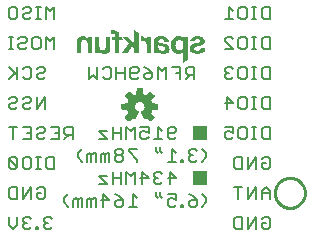
<source format=gbr>
G04 EAGLE Gerber RS-274X export*
G75*
%MOMM*%
%FSLAX34Y34*%
%LPD*%
%INSilkscreen Bottom*%
%IPPOS*%
%AMOC8*
5,1,8,0,0,1.08239X$1,22.5*%
G01*
%ADD10C,0.203200*%
%ADD11R,1.270000X1.270000*%
%ADD12C,0.254000*%

G36*
X149020Y98571D02*
X149020Y98571D01*
X149128Y98581D01*
X149141Y98587D01*
X149155Y98589D01*
X149252Y98637D01*
X149351Y98682D01*
X149364Y98693D01*
X149373Y98697D01*
X149388Y98713D01*
X149465Y98775D01*
X152050Y101360D01*
X152113Y101449D01*
X152179Y101534D01*
X152184Y101547D01*
X152192Y101559D01*
X152223Y101662D01*
X152259Y101765D01*
X152259Y101779D01*
X152263Y101792D01*
X152259Y101900D01*
X152260Y102009D01*
X152255Y102022D01*
X152255Y102036D01*
X152217Y102138D01*
X152182Y102240D01*
X152173Y102255D01*
X152169Y102264D01*
X152155Y102281D01*
X152101Y102363D01*
X149337Y105753D01*
X149894Y106835D01*
X149900Y106855D01*
X149942Y106950D01*
X150313Y108109D01*
X154664Y108552D01*
X154768Y108580D01*
X154874Y108605D01*
X154886Y108612D01*
X154899Y108615D01*
X154989Y108676D01*
X155082Y108733D01*
X155090Y108744D01*
X155102Y108752D01*
X155168Y108838D01*
X155237Y108922D01*
X155241Y108935D01*
X155250Y108946D01*
X155284Y109049D01*
X155323Y109150D01*
X155324Y109168D01*
X155328Y109177D01*
X155328Y109199D01*
X155337Y109297D01*
X155337Y112953D01*
X155320Y113060D01*
X155306Y113168D01*
X155300Y113180D01*
X155298Y113194D01*
X155246Y113290D01*
X155199Y113387D01*
X155189Y113397D01*
X155183Y113409D01*
X155103Y113483D01*
X155027Y113560D01*
X155015Y113566D01*
X155005Y113576D01*
X154906Y113621D01*
X154809Y113669D01*
X154791Y113673D01*
X154782Y113677D01*
X154761Y113679D01*
X154664Y113698D01*
X150313Y114141D01*
X149942Y115300D01*
X149933Y115318D01*
X149931Y115325D01*
X149927Y115332D01*
X149894Y115415D01*
X149337Y116497D01*
X152101Y119887D01*
X152155Y119981D01*
X152212Y120073D01*
X152215Y120086D01*
X152222Y120098D01*
X152243Y120205D01*
X152268Y120310D01*
X152266Y120324D01*
X152269Y120338D01*
X152254Y120445D01*
X152244Y120553D01*
X152238Y120566D01*
X152236Y120580D01*
X152188Y120677D01*
X152143Y120776D01*
X152132Y120789D01*
X152128Y120798D01*
X152112Y120813D01*
X152050Y120890D01*
X149465Y123475D01*
X149376Y123538D01*
X149291Y123604D01*
X149278Y123609D01*
X149266Y123617D01*
X149163Y123648D01*
X149060Y123684D01*
X149046Y123684D01*
X149033Y123688D01*
X148925Y123684D01*
X148816Y123685D01*
X148803Y123680D01*
X148789Y123680D01*
X148687Y123642D01*
X148585Y123607D01*
X148570Y123598D01*
X148561Y123594D01*
X148544Y123580D01*
X148462Y123526D01*
X145072Y120762D01*
X143990Y121319D01*
X143970Y121325D01*
X143875Y121367D01*
X142716Y121738D01*
X142273Y126089D01*
X142245Y126193D01*
X142220Y126299D01*
X142213Y126311D01*
X142210Y126324D01*
X142149Y126414D01*
X142092Y126507D01*
X142081Y126515D01*
X142073Y126527D01*
X141987Y126593D01*
X141903Y126662D01*
X141890Y126666D01*
X141879Y126675D01*
X141776Y126709D01*
X141675Y126748D01*
X141657Y126749D01*
X141648Y126753D01*
X141626Y126753D01*
X141528Y126762D01*
X137872Y126762D01*
X137765Y126745D01*
X137657Y126731D01*
X137645Y126725D01*
X137631Y126723D01*
X137535Y126671D01*
X137438Y126624D01*
X137428Y126614D01*
X137416Y126608D01*
X137342Y126528D01*
X137265Y126452D01*
X137259Y126440D01*
X137249Y126430D01*
X137204Y126331D01*
X137156Y126234D01*
X137152Y126216D01*
X137148Y126207D01*
X137146Y126186D01*
X137127Y126089D01*
X136684Y121738D01*
X135525Y121367D01*
X135507Y121357D01*
X135410Y121319D01*
X134328Y120762D01*
X130938Y123526D01*
X130844Y123580D01*
X130752Y123637D01*
X130739Y123640D01*
X130727Y123647D01*
X130620Y123668D01*
X130515Y123693D01*
X130501Y123691D01*
X130487Y123694D01*
X130380Y123679D01*
X130272Y123669D01*
X130259Y123663D01*
X130246Y123661D01*
X130148Y123613D01*
X130049Y123568D01*
X130036Y123557D01*
X130027Y123553D01*
X130012Y123537D01*
X129935Y123475D01*
X127350Y120890D01*
X127287Y120801D01*
X127221Y120716D01*
X127216Y120703D01*
X127208Y120691D01*
X127177Y120588D01*
X127141Y120485D01*
X127141Y120471D01*
X127137Y120458D01*
X127141Y120350D01*
X127140Y120241D01*
X127145Y120228D01*
X127145Y120214D01*
X127183Y120112D01*
X127218Y120010D01*
X127227Y119995D01*
X127231Y119986D01*
X127245Y119969D01*
X127299Y119887D01*
X130063Y116497D01*
X129506Y115415D01*
X129500Y115395D01*
X129458Y115300D01*
X129087Y114141D01*
X124736Y113698D01*
X124632Y113670D01*
X124526Y113645D01*
X124514Y113638D01*
X124501Y113635D01*
X124411Y113574D01*
X124318Y113517D01*
X124310Y113506D01*
X124298Y113498D01*
X124232Y113412D01*
X124164Y113328D01*
X124159Y113315D01*
X124150Y113304D01*
X124116Y113201D01*
X124077Y113100D01*
X124076Y113082D01*
X124072Y113073D01*
X124073Y113051D01*
X124063Y112953D01*
X124063Y109297D01*
X124080Y109190D01*
X124094Y109082D01*
X124100Y109070D01*
X124102Y109056D01*
X124154Y108960D01*
X124201Y108863D01*
X124211Y108853D01*
X124217Y108841D01*
X124297Y108767D01*
X124373Y108690D01*
X124385Y108684D01*
X124396Y108674D01*
X124494Y108629D01*
X124591Y108581D01*
X124609Y108577D01*
X124618Y108573D01*
X124639Y108571D01*
X124736Y108552D01*
X129087Y108109D01*
X129458Y106950D01*
X129468Y106932D01*
X129506Y106835D01*
X130063Y105753D01*
X127299Y102363D01*
X127245Y102269D01*
X127188Y102177D01*
X127185Y102164D01*
X127178Y102152D01*
X127157Y102045D01*
X127132Y101940D01*
X127134Y101926D01*
X127131Y101912D01*
X127146Y101805D01*
X127156Y101697D01*
X127162Y101684D01*
X127164Y101671D01*
X127212Y101573D01*
X127257Y101474D01*
X127268Y101461D01*
X127272Y101452D01*
X127288Y101437D01*
X127350Y101360D01*
X129935Y98775D01*
X130024Y98712D01*
X130109Y98646D01*
X130122Y98641D01*
X130134Y98633D01*
X130237Y98602D01*
X130340Y98566D01*
X130354Y98566D01*
X130367Y98562D01*
X130475Y98566D01*
X130584Y98565D01*
X130597Y98570D01*
X130611Y98570D01*
X130713Y98608D01*
X130815Y98643D01*
X130830Y98652D01*
X130839Y98656D01*
X130856Y98670D01*
X130938Y98724D01*
X134328Y101488D01*
X135410Y100931D01*
X135463Y100914D01*
X135512Y100888D01*
X135578Y100877D01*
X135642Y100856D01*
X135698Y100857D01*
X135752Y100848D01*
X135819Y100859D01*
X135886Y100860D01*
X135938Y100878D01*
X135993Y100887D01*
X136053Y100919D01*
X136116Y100942D01*
X136159Y100976D01*
X136209Y101002D01*
X136255Y101051D01*
X136307Y101093D01*
X136338Y101140D01*
X136376Y101180D01*
X136432Y101285D01*
X136440Y101298D01*
X136441Y101303D01*
X136445Y101310D01*
X138598Y106507D01*
X138618Y106590D01*
X138623Y106603D01*
X138625Y106619D01*
X138650Y106704D01*
X138649Y106725D01*
X138654Y106745D01*
X138646Y106827D01*
X138647Y106846D01*
X138643Y106866D01*
X138639Y106947D01*
X138632Y106967D01*
X138630Y106988D01*
X138598Y107057D01*
X138592Y107084D01*
X138577Y107108D01*
X138551Y107175D01*
X138538Y107191D01*
X138529Y107210D01*
X138484Y107259D01*
X138464Y107291D01*
X138433Y107316D01*
X138395Y107362D01*
X138372Y107378D01*
X138362Y107388D01*
X138341Y107400D01*
X138276Y107445D01*
X138275Y107446D01*
X138274Y107447D01*
X137375Y107953D01*
X136688Y108597D01*
X136173Y109385D01*
X135861Y110273D01*
X135769Y111210D01*
X135902Y112142D01*
X136253Y113016D01*
X136802Y113781D01*
X137516Y114394D01*
X138356Y114819D01*
X139273Y115033D01*
X140214Y115023D01*
X141126Y114789D01*
X141956Y114346D01*
X142657Y113717D01*
X143189Y112940D01*
X143520Y112059D01*
X143633Y111124D01*
X143525Y110207D01*
X143205Y109339D01*
X142691Y108570D01*
X142012Y107943D01*
X141128Y107448D01*
X141086Y107415D01*
X141044Y107392D01*
X141013Y107359D01*
X140965Y107324D01*
X140953Y107308D01*
X140937Y107295D01*
X140902Y107240D01*
X140877Y107214D01*
X140864Y107184D01*
X140822Y107126D01*
X140816Y107107D01*
X140806Y107090D01*
X140787Y107015D01*
X140777Y106992D01*
X140774Y106968D01*
X140751Y106893D01*
X140752Y106873D01*
X140747Y106853D01*
X140754Y106767D01*
X140753Y106749D01*
X140756Y106733D01*
X140759Y106649D01*
X140767Y106624D01*
X140768Y106610D01*
X140778Y106588D01*
X140802Y106507D01*
X141731Y104264D01*
X141731Y104263D01*
X142662Y102016D01*
X142663Y102016D01*
X142955Y101310D01*
X142984Y101263D01*
X143005Y101211D01*
X143048Y101160D01*
X143084Y101103D01*
X143127Y101068D01*
X143163Y101025D01*
X143220Y100991D01*
X143272Y100948D01*
X143324Y100929D01*
X143372Y100900D01*
X143438Y100886D01*
X143501Y100862D01*
X143556Y100860D01*
X143610Y100849D01*
X143677Y100856D01*
X143744Y100854D01*
X143798Y100870D01*
X143853Y100877D01*
X143964Y100921D01*
X143978Y100925D01*
X143982Y100928D01*
X143990Y100931D01*
X145072Y101488D01*
X148462Y98724D01*
X148556Y98670D01*
X148648Y98613D01*
X148661Y98610D01*
X148673Y98603D01*
X148780Y98582D01*
X148885Y98557D01*
X148899Y98559D01*
X148913Y98556D01*
X149020Y98571D01*
G37*
G36*
X176426Y147871D02*
X176426Y147871D01*
X176428Y147871D01*
X176928Y148271D01*
X176928Y148272D01*
X176929Y148271D01*
X177428Y148771D01*
X178428Y149571D01*
X178428Y149572D01*
X178429Y149571D01*
X179328Y150471D01*
X179828Y150871D01*
X179828Y150872D01*
X179829Y150871D01*
X180329Y151371D01*
X180329Y151374D01*
X180330Y151375D01*
X180330Y169775D01*
X180327Y169779D01*
X180326Y169780D01*
X179826Y169880D01*
X179426Y169980D01*
X178926Y170080D01*
X178925Y170080D01*
X178525Y170080D01*
X178026Y170180D01*
X177526Y170280D01*
X177126Y170380D01*
X176626Y170480D01*
X176625Y170479D01*
X176620Y170477D01*
X176621Y170476D01*
X176620Y170475D01*
X176620Y168689D01*
X175829Y169678D01*
X175828Y169678D01*
X175828Y169679D01*
X174828Y170279D01*
X174827Y170279D01*
X174227Y170579D01*
X174226Y170579D01*
X174226Y170580D01*
X172426Y170880D01*
X172425Y170879D01*
X172424Y170880D01*
X170824Y170680D01*
X170824Y170679D01*
X170823Y170680D01*
X169523Y170180D01*
X169523Y170179D01*
X169522Y170179D01*
X168422Y169479D01*
X168421Y169479D01*
X167521Y168579D01*
X167521Y168578D01*
X166821Y167378D01*
X166821Y167377D01*
X166820Y167377D01*
X166320Y166077D01*
X166321Y166076D01*
X166320Y166076D01*
X166020Y164676D01*
X166020Y164675D01*
X166020Y163275D01*
X166120Y161875D01*
X166120Y161874D01*
X166320Y160474D01*
X166321Y160474D01*
X166320Y160473D01*
X166820Y159273D01*
X166821Y159273D01*
X166821Y159272D01*
X167521Y158172D01*
X167522Y158172D01*
X167521Y158171D01*
X168421Y157271D01*
X168422Y157271D01*
X169422Y156571D01*
X169423Y156571D01*
X169423Y156570D01*
X170723Y156070D01*
X170724Y156071D01*
X170725Y156070D01*
X172225Y155970D01*
X172825Y155970D01*
X172826Y155970D01*
X173426Y156070D01*
X173426Y156071D01*
X173427Y156070D01*
X174627Y156470D01*
X174627Y156471D01*
X174628Y156471D01*
X175128Y156771D01*
X175628Y157171D01*
X175628Y157172D01*
X175629Y157171D01*
X176029Y157571D01*
X176029Y157572D01*
X176420Y158061D01*
X176420Y147875D01*
X176421Y147874D01*
X176421Y147872D01*
X176423Y147872D01*
X176424Y147870D01*
X176426Y147871D01*
G37*
G36*
X160526Y155870D02*
X160526Y155870D01*
X161026Y155970D01*
X161525Y155970D01*
X161526Y155971D01*
X161527Y155971D01*
X161927Y156170D01*
X162326Y156270D01*
X162327Y156271D01*
X163127Y156671D01*
X163128Y156671D01*
X163428Y156871D01*
X163428Y156872D01*
X163429Y156871D01*
X164029Y157471D01*
X164029Y157472D01*
X164329Y157872D01*
X164329Y157873D01*
X164529Y158273D01*
X164529Y158274D01*
X164530Y158274D01*
X164730Y159074D01*
X164830Y159574D01*
X164830Y159575D01*
X164830Y160075D01*
X164730Y161175D01*
X164729Y161176D01*
X164730Y161177D01*
X164430Y162077D01*
X164429Y162077D01*
X164429Y162078D01*
X163929Y162778D01*
X163929Y162779D01*
X163329Y163379D01*
X163328Y163379D01*
X163327Y163379D01*
X162627Y163779D01*
X162627Y163780D01*
X161827Y164080D01*
X161826Y164080D01*
X160926Y164280D01*
X160126Y164380D01*
X159226Y164580D01*
X158326Y164680D01*
X157526Y164780D01*
X156826Y164880D01*
X156227Y165079D01*
X155829Y165379D01*
X155530Y165777D01*
X155430Y166275D01*
X155430Y166574D01*
X155530Y166873D01*
X155529Y166874D01*
X155530Y166875D01*
X155530Y167074D01*
X155729Y167472D01*
X156028Y167771D01*
X156626Y168070D01*
X156825Y168070D01*
X156826Y168071D01*
X156827Y168071D01*
X157026Y168170D01*
X157725Y168170D01*
X157726Y168171D01*
X157727Y168171D01*
X157925Y168270D01*
X158223Y168170D01*
X158224Y168171D01*
X158225Y168170D01*
X158724Y168170D01*
X159023Y168070D01*
X159024Y168071D01*
X159025Y168070D01*
X159224Y168070D01*
X159622Y167871D01*
X160221Y167272D01*
X160420Y166874D01*
X160420Y166575D01*
X160421Y166574D01*
X160421Y166573D01*
X160520Y166374D01*
X160520Y166075D01*
X160524Y166070D01*
X160525Y166070D01*
X164425Y166070D01*
X164430Y166074D01*
X164430Y166075D01*
X164430Y166076D01*
X164330Y166776D01*
X164230Y167276D01*
X164230Y167277D01*
X164030Y167877D01*
X164029Y167877D01*
X164029Y167878D01*
X163729Y168378D01*
X163429Y168778D01*
X163429Y168779D01*
X163029Y169179D01*
X163028Y169179D01*
X162228Y169779D01*
X161728Y170079D01*
X161727Y170079D01*
X161727Y170080D01*
X160727Y170480D01*
X160726Y170479D01*
X160726Y170480D01*
X158926Y170780D01*
X158925Y170780D01*
X156725Y170780D01*
X156724Y170780D01*
X156125Y170680D01*
X155625Y170680D01*
X155624Y170680D01*
X155124Y170580D01*
X155123Y170580D01*
X154524Y170380D01*
X154124Y170280D01*
X154124Y170279D01*
X154123Y170280D01*
X153623Y170080D01*
X153623Y170079D01*
X153223Y169879D01*
X153222Y169879D01*
X152822Y169579D01*
X152821Y169579D01*
X152121Y168879D01*
X152121Y168877D01*
X152120Y168877D01*
X151921Y168377D01*
X151721Y167977D01*
X151721Y167976D01*
X151720Y167976D01*
X151520Y166776D01*
X151520Y166775D01*
X151520Y157776D01*
X151421Y157577D01*
X151421Y157576D01*
X151420Y157575D01*
X151420Y157176D01*
X151321Y156977D01*
X151321Y156976D01*
X151320Y156975D01*
X151320Y156876D01*
X151221Y156677D01*
X151221Y156676D01*
X151220Y156676D01*
X151220Y156675D01*
X151220Y156576D01*
X151121Y156377D01*
X151121Y156376D01*
X151120Y156375D01*
X151120Y156275D01*
X151124Y156270D01*
X151125Y156270D01*
X155025Y156270D01*
X155030Y156274D01*
X155030Y156275D01*
X155030Y156473D01*
X155129Y156571D01*
X155129Y156574D01*
X155130Y156575D01*
X155130Y156673D01*
X155229Y156771D01*
X155229Y156773D01*
X155229Y156774D01*
X155230Y156775D01*
X155230Y157373D01*
X155329Y157471D01*
X155329Y157473D01*
X155330Y157474D01*
X155330Y157475D01*
X155330Y157663D01*
X155521Y157472D01*
X155721Y157172D01*
X155722Y157172D01*
X155722Y157171D01*
X156022Y156971D01*
X156023Y156971D01*
X156023Y156970D01*
X156323Y156871D01*
X156622Y156671D01*
X156623Y156671D01*
X156823Y156571D01*
X157122Y156371D01*
X157123Y156371D01*
X157123Y156370D01*
X157423Y156270D01*
X157424Y156270D01*
X157824Y156170D01*
X158123Y156070D01*
X158124Y156071D01*
X158125Y156070D01*
X158424Y156070D01*
X158723Y155970D01*
X158724Y155971D01*
X158725Y155970D01*
X159424Y155970D01*
X159723Y155870D01*
X159724Y155871D01*
X159725Y155870D01*
X160525Y155870D01*
X160526Y155870D01*
G37*
G36*
X129527Y156272D02*
X129527Y156272D01*
X129529Y156272D01*
X133426Y162667D01*
X134920Y161173D01*
X134920Y156275D01*
X134924Y156270D01*
X134925Y156270D01*
X138725Y156270D01*
X138730Y156274D01*
X138730Y156275D01*
X138730Y173675D01*
X138728Y173677D01*
X138728Y173679D01*
X134928Y175879D01*
X134926Y175879D01*
X134926Y175880D01*
X134924Y175879D01*
X134921Y175878D01*
X134921Y175876D01*
X134920Y175875D01*
X134920Y165387D01*
X130029Y170478D01*
X130026Y170479D01*
X130025Y170480D01*
X125425Y170480D01*
X125424Y170479D01*
X125422Y170479D01*
X125422Y170477D01*
X125420Y170476D01*
X125422Y170474D01*
X125422Y170471D01*
X130719Y165274D01*
X124821Y156278D01*
X124821Y156276D01*
X124820Y156276D01*
X124821Y156274D01*
X124822Y156271D01*
X124824Y156272D01*
X124825Y156270D01*
X129525Y156270D01*
X129527Y156272D01*
G37*
G36*
X90030Y156274D02*
X90030Y156274D01*
X90030Y156275D01*
X90030Y165075D01*
X90130Y165774D01*
X90330Y166373D01*
X90629Y166872D01*
X90929Y167271D01*
X91327Y167570D01*
X91926Y167670D01*
X92525Y167770D01*
X93224Y167670D01*
X93923Y167570D01*
X94422Y167271D01*
X94821Y166772D01*
X95120Y166273D01*
X95320Y165574D01*
X95520Y164674D01*
X95520Y156275D01*
X95524Y156270D01*
X95525Y156270D01*
X99425Y156270D01*
X99430Y156274D01*
X99430Y156275D01*
X99430Y168675D01*
X99330Y170475D01*
X99325Y170480D01*
X95725Y170480D01*
X95720Y170476D01*
X95720Y170475D01*
X95720Y168480D01*
X95628Y168480D01*
X95229Y169078D01*
X94829Y169578D01*
X94828Y169578D01*
X94828Y169579D01*
X94228Y169979D01*
X93728Y170279D01*
X93727Y170279D01*
X93727Y170280D01*
X92527Y170680D01*
X92526Y170680D01*
X91326Y170880D01*
X91325Y170879D01*
X91324Y170880D01*
X89924Y170680D01*
X88724Y170380D01*
X88723Y170379D01*
X87823Y169879D01*
X87822Y169878D01*
X87821Y169879D01*
X87221Y169279D01*
X87221Y169278D01*
X87221Y169277D01*
X86721Y168377D01*
X86720Y168377D01*
X86320Y167377D01*
X86321Y167376D01*
X86320Y167376D01*
X86320Y167375D01*
X86220Y166275D01*
X86120Y164975D01*
X86120Y156275D01*
X86124Y156270D01*
X86125Y156270D01*
X90025Y156270D01*
X90030Y156274D01*
G37*
G36*
X111026Y156070D02*
X111026Y156070D01*
X112126Y156370D01*
X112127Y156371D01*
X113027Y156871D01*
X113028Y156871D01*
X113728Y157471D01*
X113728Y157472D01*
X113729Y157473D01*
X114229Y158373D01*
X114230Y158374D01*
X114530Y159374D01*
X114730Y160474D01*
X114730Y160475D01*
X114730Y170475D01*
X114726Y170480D01*
X114725Y170480D01*
X110825Y170480D01*
X110820Y170476D01*
X110820Y170475D01*
X110820Y161676D01*
X110720Y160976D01*
X110520Y160377D01*
X110321Y159878D01*
X109922Y159479D01*
X109523Y159180D01*
X109024Y159080D01*
X108325Y158980D01*
X107626Y159080D01*
X107027Y159180D01*
X106528Y159479D01*
X106029Y159978D01*
X105730Y160477D01*
X105530Y161176D01*
X105430Y162076D01*
X105330Y163075D01*
X105330Y170475D01*
X105326Y170480D01*
X105325Y170480D01*
X101525Y170480D01*
X101520Y170476D01*
X101520Y170475D01*
X101520Y156275D01*
X101524Y156270D01*
X101525Y156270D01*
X105225Y156270D01*
X105230Y156274D01*
X105230Y156275D01*
X105230Y158259D01*
X105621Y157672D01*
X105622Y157672D01*
X105622Y157671D01*
X106122Y157271D01*
X106621Y156771D01*
X106622Y156771D01*
X107122Y156471D01*
X107123Y156471D01*
X107123Y156470D01*
X108323Y156070D01*
X108324Y156071D01*
X108324Y156070D01*
X108924Y155970D01*
X109624Y155870D01*
X109625Y155871D01*
X109626Y155870D01*
X111026Y156070D01*
G37*
G36*
X189625Y155970D02*
X189625Y155970D01*
X189626Y155970D01*
X190826Y156170D01*
X190826Y156171D01*
X190827Y156170D01*
X191927Y156570D01*
X191927Y156571D01*
X192927Y157071D01*
X192928Y157071D01*
X193728Y157671D01*
X193728Y157672D01*
X193729Y157672D01*
X194429Y158572D01*
X194429Y158573D01*
X194430Y158573D01*
X194830Y159673D01*
X194829Y159674D01*
X194830Y159674D01*
X195030Y160874D01*
X195029Y160875D01*
X195026Y160880D01*
X195026Y160879D01*
X195025Y160880D01*
X191325Y160880D01*
X191321Y160876D01*
X191320Y160876D01*
X191220Y160277D01*
X191021Y159877D01*
X191020Y159877D01*
X190821Y159378D01*
X190422Y159079D01*
X189923Y158880D01*
X189424Y158680D01*
X188924Y158580D01*
X188325Y158480D01*
X187926Y158580D01*
X187925Y158579D01*
X187925Y158580D01*
X187526Y158580D01*
X187027Y158780D01*
X187026Y158779D01*
X187026Y158780D01*
X186628Y158880D01*
X186029Y159478D01*
X185830Y159876D01*
X185830Y160374D01*
X185930Y160773D01*
X186129Y161072D01*
X186428Y161371D01*
X186927Y161670D01*
X187626Y161870D01*
X188326Y162070D01*
X189226Y162270D01*
X190226Y162470D01*
X190226Y162471D01*
X190227Y162470D01*
X191026Y162770D01*
X191826Y162970D01*
X191826Y162971D01*
X191827Y162970D01*
X192627Y163270D01*
X192627Y163271D01*
X193327Y163671D01*
X193328Y163672D01*
X193329Y163671D01*
X194329Y164671D01*
X194329Y164673D01*
X194330Y164673D01*
X194630Y165473D01*
X194629Y165474D01*
X194630Y165474D01*
X194730Y166274D01*
X194730Y166275D01*
X194729Y166275D01*
X194730Y166276D01*
X194530Y167576D01*
X194529Y167576D01*
X194530Y167577D01*
X194130Y168577D01*
X194129Y168577D01*
X194129Y168578D01*
X193529Y169278D01*
X193528Y169278D01*
X193528Y169279D01*
X192728Y169879D01*
X192727Y169879D01*
X191827Y170379D01*
X191826Y170380D01*
X190826Y170680D01*
X190825Y170680D01*
X189725Y170780D01*
X188525Y170880D01*
X186325Y170680D01*
X186324Y170679D01*
X186324Y170680D01*
X185324Y170380D01*
X185323Y170379D01*
X184423Y169879D01*
X184422Y169879D01*
X183622Y169279D01*
X183622Y169278D01*
X183621Y169278D01*
X182921Y168478D01*
X182921Y168477D01*
X182920Y168477D01*
X182520Y167477D01*
X182521Y167476D01*
X182520Y167476D01*
X182320Y166376D01*
X182321Y166375D01*
X182324Y166370D01*
X182324Y166371D01*
X182325Y166370D01*
X186025Y166370D01*
X186029Y166373D01*
X186030Y166374D01*
X186130Y166874D01*
X186230Y167272D01*
X186828Y167871D01*
X187227Y168070D01*
X187626Y168170D01*
X188126Y168270D01*
X189024Y168270D01*
X189323Y168170D01*
X189324Y168171D01*
X189325Y168170D01*
X189724Y168170D01*
X190023Y168071D01*
X190322Y167871D01*
X190621Y167672D01*
X190720Y167374D01*
X190820Y166975D01*
X190720Y166477D01*
X190421Y166079D01*
X190023Y165779D01*
X189424Y165580D01*
X188724Y165380D01*
X188024Y165180D01*
X187224Y165080D01*
X186424Y164880D01*
X185524Y164680D01*
X185524Y164679D01*
X185523Y164680D01*
X184723Y164380D01*
X184023Y164080D01*
X184023Y164079D01*
X183323Y163679D01*
X183322Y163679D01*
X182722Y163179D01*
X182722Y163178D01*
X182721Y163178D01*
X182321Y162578D01*
X182321Y162577D01*
X182320Y162577D01*
X182020Y161777D01*
X182021Y161776D01*
X182020Y161776D01*
X181920Y160876D01*
X181920Y160875D01*
X182020Y159575D01*
X182021Y159574D01*
X182021Y159573D01*
X182521Y158573D01*
X182521Y158572D01*
X183121Y157672D01*
X183122Y157672D01*
X183122Y157671D01*
X183922Y157071D01*
X183923Y157071D01*
X184923Y156571D01*
X184923Y156570D01*
X186023Y156170D01*
X186024Y156171D01*
X186024Y156170D01*
X187224Y155970D01*
X187225Y155970D01*
X189625Y155970D01*
X189625Y155970D01*
G37*
G36*
X122430Y156274D02*
X122430Y156274D01*
X122430Y156275D01*
X122430Y167870D01*
X126225Y167870D01*
X126226Y167871D01*
X126228Y167871D01*
X126228Y167873D01*
X126230Y167874D01*
X126228Y167876D01*
X126229Y167879D01*
X125629Y168479D01*
X125628Y168479D01*
X125229Y168779D01*
X124929Y169178D01*
X124929Y169179D01*
X124329Y169779D01*
X124328Y169779D01*
X123929Y170079D01*
X123629Y170478D01*
X123626Y170479D01*
X123625Y170480D01*
X122430Y170480D01*
X122430Y171575D01*
X122430Y171576D01*
X122330Y172476D01*
X122130Y173276D01*
X122129Y173277D01*
X121729Y173977D01*
X121729Y173978D01*
X121229Y174578D01*
X121229Y174579D01*
X120629Y175179D01*
X120627Y175179D01*
X120627Y175180D01*
X119827Y175480D01*
X119826Y175480D01*
X118826Y175780D01*
X118825Y175780D01*
X117725Y175880D01*
X116925Y175880D01*
X116924Y175879D01*
X116923Y175880D01*
X116624Y175780D01*
X115625Y175780D01*
X115620Y175776D01*
X115620Y175775D01*
X115620Y172875D01*
X115624Y172870D01*
X115625Y172870D01*
X117424Y172870D01*
X118023Y172670D01*
X118221Y172571D01*
X118320Y172273D01*
X118321Y172273D01*
X118420Y172073D01*
X118520Y171674D01*
X118520Y170480D01*
X115825Y170480D01*
X115820Y170476D01*
X115820Y170475D01*
X115820Y167875D01*
X115824Y167870D01*
X115825Y167870D01*
X118520Y167870D01*
X118520Y156275D01*
X118524Y156270D01*
X118525Y156270D01*
X122425Y156270D01*
X122430Y156274D01*
G37*
G36*
X149430Y156274D02*
X149430Y156274D01*
X149430Y156275D01*
X149430Y169775D01*
X149427Y169779D01*
X149426Y169780D01*
X148926Y169880D01*
X148426Y169980D01*
X148026Y170080D01*
X148025Y170079D01*
X148025Y170080D01*
X147525Y170080D01*
X147026Y170180D01*
X146626Y170280D01*
X146126Y170380D01*
X145726Y170480D01*
X145725Y170479D01*
X145720Y170477D01*
X145721Y170476D01*
X145720Y170475D01*
X145720Y167780D01*
X145628Y167780D01*
X145330Y168477D01*
X145329Y168477D01*
X145329Y168478D01*
X144929Y169078D01*
X144929Y169079D01*
X144429Y169579D01*
X144428Y169579D01*
X143228Y170379D01*
X143227Y170379D01*
X143226Y170380D01*
X141826Y170780D01*
X141826Y170779D01*
X141825Y170780D01*
X140425Y170780D01*
X140423Y170778D01*
X140421Y170779D01*
X140321Y170679D01*
X140321Y170676D01*
X140320Y170675D01*
X140320Y167075D01*
X140324Y167070D01*
X140325Y167070D01*
X140425Y167070D01*
X140426Y167071D01*
X140427Y167071D01*
X140626Y167170D01*
X141725Y167170D01*
X142724Y167070D01*
X143523Y166870D01*
X144122Y166471D01*
X144721Y165872D01*
X145020Y165173D01*
X145320Y164473D01*
X145520Y163574D01*
X145520Y156275D01*
X145524Y156270D01*
X145525Y156270D01*
X149425Y156270D01*
X149430Y156274D01*
G37*
%LPC*%
G36*
X172326Y158980D02*
X172326Y158980D01*
X171627Y159279D01*
X171029Y159679D01*
X170230Y160877D01*
X170030Y161676D01*
X169930Y162476D01*
X169830Y163375D01*
X169930Y164174D01*
X170030Y164974D01*
X170330Y165773D01*
X170629Y166472D01*
X171128Y167071D01*
X171727Y167471D01*
X172426Y167770D01*
X173225Y167870D01*
X174124Y167770D01*
X174823Y167471D01*
X175422Y167071D01*
X175921Y166472D01*
X176220Y165773D01*
X176420Y164974D01*
X176620Y164174D01*
X176620Y162476D01*
X176420Y161676D01*
X176220Y160877D01*
X175821Y160278D01*
X175421Y159679D01*
X174823Y159279D01*
X174124Y158980D01*
X173225Y158880D01*
X172326Y158980D01*
G37*
%LPD*%
%LPC*%
G36*
X158026Y158580D02*
X158026Y158580D01*
X157226Y158780D01*
X156827Y158880D01*
X156528Y159079D01*
X156029Y159578D01*
X155930Y159877D01*
X155928Y159877D01*
X155929Y159879D01*
X155729Y160078D01*
X155630Y160376D01*
X155630Y160675D01*
X155629Y160676D01*
X155629Y160677D01*
X155530Y160876D01*
X155530Y161175D01*
X155529Y161176D01*
X155529Y161177D01*
X155430Y161376D01*
X155430Y163267D01*
X155622Y163171D01*
X155721Y163071D01*
X155723Y163071D01*
X155922Y162971D01*
X156021Y162871D01*
X156024Y162871D01*
X156025Y162870D01*
X156224Y162870D01*
X156623Y162671D01*
X156624Y162671D01*
X156625Y162670D01*
X157124Y162670D01*
X157323Y162571D01*
X157324Y162571D01*
X157325Y162570D01*
X157724Y162570D01*
X158023Y162470D01*
X158024Y162471D01*
X158025Y162470D01*
X158424Y162470D01*
X158723Y162370D01*
X158724Y162371D01*
X158725Y162370D01*
X158924Y162370D01*
X159123Y162271D01*
X159124Y162271D01*
X159125Y162270D01*
X159324Y162270D01*
X160322Y161771D01*
X160721Y161372D01*
X160920Y160974D01*
X160920Y160575D01*
X160921Y160574D01*
X160920Y160573D01*
X161020Y160275D01*
X160921Y160077D01*
X160921Y160076D01*
X160920Y160075D01*
X160920Y159876D01*
X160820Y159577D01*
X160821Y159576D01*
X160820Y159575D01*
X160820Y159476D01*
X160721Y159278D01*
X160422Y158979D01*
X160223Y158879D01*
X160222Y158878D01*
X160221Y158879D01*
X160122Y158779D01*
X159924Y158680D01*
X159725Y158680D01*
X159724Y158679D01*
X159723Y158679D01*
X159524Y158580D01*
X158026Y158580D01*
G37*
%LPD*%
D10*
X67262Y68843D02*
X67262Y58166D01*
X61923Y58166D01*
X60144Y59946D01*
X60144Y67064D01*
X61923Y68843D01*
X67262Y68843D01*
X55568Y58166D02*
X52009Y58166D01*
X53789Y58166D02*
X53789Y68843D01*
X55568Y68843D02*
X52009Y68843D01*
X45993Y68843D02*
X42433Y68843D01*
X45993Y68843D02*
X47772Y67064D01*
X47772Y59946D01*
X45993Y58166D01*
X42433Y58166D01*
X40654Y59946D01*
X40654Y67064D01*
X42433Y68843D01*
X36078Y67064D02*
X36078Y59946D01*
X36078Y67064D02*
X34299Y68843D01*
X30740Y68843D01*
X28960Y67064D01*
X28960Y59946D01*
X30740Y58166D01*
X34299Y58166D01*
X36078Y59946D01*
X28960Y67064D01*
X249809Y185166D02*
X249809Y195843D01*
X249809Y185166D02*
X244470Y185166D01*
X242691Y186946D01*
X242691Y194064D01*
X244470Y195843D01*
X249809Y195843D01*
X238115Y185166D02*
X234556Y185166D01*
X236336Y185166D02*
X236336Y195843D01*
X238115Y195843D02*
X234556Y195843D01*
X228540Y195843D02*
X224981Y195843D01*
X228540Y195843D02*
X230319Y194064D01*
X230319Y186946D01*
X228540Y185166D01*
X224981Y185166D01*
X223201Y186946D01*
X223201Y194064D01*
X224981Y195843D01*
X218625Y192284D02*
X215066Y195843D01*
X215066Y185166D01*
X218625Y185166D02*
X211507Y185166D01*
X249809Y170443D02*
X249809Y159766D01*
X244470Y159766D01*
X242691Y161546D01*
X242691Y168664D01*
X244470Y170443D01*
X249809Y170443D01*
X238115Y159766D02*
X234556Y159766D01*
X236336Y159766D02*
X236336Y170443D01*
X238115Y170443D02*
X234556Y170443D01*
X228540Y170443D02*
X224981Y170443D01*
X228540Y170443D02*
X230319Y168664D01*
X230319Y161546D01*
X228540Y159766D01*
X224981Y159766D01*
X223201Y161546D01*
X223201Y168664D01*
X224981Y170443D01*
X218625Y159766D02*
X211507Y159766D01*
X218625Y159766D02*
X211507Y166884D01*
X211507Y168664D01*
X213287Y170443D01*
X216846Y170443D01*
X218625Y168664D01*
X249809Y145043D02*
X249809Y134366D01*
X244470Y134366D01*
X242691Y136146D01*
X242691Y143264D01*
X244470Y145043D01*
X249809Y145043D01*
X238115Y134366D02*
X234556Y134366D01*
X236336Y134366D02*
X236336Y145043D01*
X238115Y145043D02*
X234556Y145043D01*
X228540Y145043D02*
X224981Y145043D01*
X228540Y145043D02*
X230319Y143264D01*
X230319Y136146D01*
X228540Y134366D01*
X224981Y134366D01*
X223201Y136146D01*
X223201Y143264D01*
X224981Y145043D01*
X218625Y143264D02*
X216846Y145043D01*
X213287Y145043D01*
X211507Y143264D01*
X211507Y141484D01*
X213287Y139705D01*
X215066Y139705D01*
X213287Y139705D02*
X211507Y137925D01*
X211507Y136146D01*
X213287Y134366D01*
X216846Y134366D01*
X218625Y136146D01*
X249809Y119643D02*
X249809Y108966D01*
X244470Y108966D01*
X242691Y110746D01*
X242691Y117864D01*
X244470Y119643D01*
X249809Y119643D01*
X238115Y108966D02*
X234556Y108966D01*
X236336Y108966D02*
X236336Y119643D01*
X238115Y119643D02*
X234556Y119643D01*
X228540Y119643D02*
X224981Y119643D01*
X228540Y119643D02*
X230319Y117864D01*
X230319Y110746D01*
X228540Y108966D01*
X224981Y108966D01*
X223201Y110746D01*
X223201Y117864D01*
X224981Y119643D01*
X213287Y119643D02*
X213287Y108966D01*
X218625Y114305D02*
X213287Y119643D01*
X211507Y114305D02*
X218625Y114305D01*
X249809Y94243D02*
X249809Y83566D01*
X244470Y83566D01*
X242691Y85346D01*
X242691Y92464D01*
X244470Y94243D01*
X249809Y94243D01*
X238115Y83566D02*
X234556Y83566D01*
X236336Y83566D02*
X236336Y94243D01*
X238115Y94243D02*
X234556Y94243D01*
X228540Y94243D02*
X224981Y94243D01*
X228540Y94243D02*
X230319Y92464D01*
X230319Y85346D01*
X228540Y83566D01*
X224981Y83566D01*
X223201Y85346D01*
X223201Y92464D01*
X224981Y94243D01*
X218625Y94243D02*
X211507Y94243D01*
X218625Y94243D02*
X218625Y88905D01*
X215066Y90684D01*
X213287Y90684D01*
X211507Y88905D01*
X211507Y85346D01*
X213287Y83566D01*
X216846Y83566D01*
X218625Y85346D01*
X54127Y145043D02*
X52348Y143264D01*
X54127Y145043D02*
X57686Y145043D01*
X59466Y143264D01*
X59466Y141484D01*
X57686Y139705D01*
X54127Y139705D01*
X52348Y137925D01*
X52348Y136146D01*
X54127Y134366D01*
X57686Y134366D01*
X59466Y136146D01*
X42433Y145043D02*
X40654Y143264D01*
X42433Y145043D02*
X45993Y145043D01*
X47772Y143264D01*
X47772Y136146D01*
X45993Y134366D01*
X42433Y134366D01*
X40654Y136146D01*
X36078Y134366D02*
X36078Y145043D01*
X36078Y137925D02*
X28960Y145043D01*
X34299Y139705D02*
X28960Y134366D01*
X67262Y185166D02*
X67262Y195843D01*
X63703Y192284D01*
X60144Y195843D01*
X60144Y185166D01*
X55568Y185166D02*
X52009Y185166D01*
X53789Y185166D02*
X53789Y195843D01*
X55568Y195843D02*
X52009Y195843D01*
X42433Y195843D02*
X40654Y194064D01*
X42433Y195843D02*
X45993Y195843D01*
X47772Y194064D01*
X47772Y192284D01*
X45993Y190505D01*
X42433Y190505D01*
X40654Y188725D01*
X40654Y186946D01*
X42433Y185166D01*
X45993Y185166D01*
X47772Y186946D01*
X34299Y195843D02*
X30740Y195843D01*
X34299Y195843D02*
X36078Y194064D01*
X36078Y186946D01*
X34299Y185166D01*
X30740Y185166D01*
X28960Y186946D01*
X28960Y194064D01*
X30740Y195843D01*
X67262Y170443D02*
X67262Y159766D01*
X63703Y166884D02*
X67262Y170443D01*
X63703Y166884D02*
X60144Y170443D01*
X60144Y159766D01*
X53789Y170443D02*
X50229Y170443D01*
X53789Y170443D02*
X55568Y168664D01*
X55568Y161546D01*
X53789Y159766D01*
X50229Y159766D01*
X48450Y161546D01*
X48450Y168664D01*
X50229Y170443D01*
X38535Y170443D02*
X36756Y168664D01*
X38535Y170443D02*
X42095Y170443D01*
X43874Y168664D01*
X43874Y166884D01*
X42095Y165105D01*
X38535Y165105D01*
X36756Y163325D01*
X36756Y161546D01*
X38535Y159766D01*
X42095Y159766D01*
X43874Y161546D01*
X32180Y159766D02*
X28621Y159766D01*
X30401Y159766D02*
X30401Y170443D01*
X32180Y170443D02*
X28621Y170443D01*
X59466Y119643D02*
X59466Y108966D01*
X52348Y108966D02*
X59466Y119643D01*
X52348Y119643D02*
X52348Y108966D01*
X42433Y119643D02*
X40654Y117864D01*
X42433Y119643D02*
X45993Y119643D01*
X47772Y117864D01*
X47772Y116084D01*
X45993Y114305D01*
X42433Y114305D01*
X40654Y112525D01*
X40654Y110746D01*
X42433Y108966D01*
X45993Y108966D01*
X47772Y110746D01*
X30739Y119643D02*
X28960Y117864D01*
X30739Y119643D02*
X34299Y119643D01*
X36078Y117864D01*
X36078Y116084D01*
X34299Y114305D01*
X30739Y114305D01*
X28960Y112525D01*
X28960Y110746D01*
X30739Y108966D01*
X34299Y108966D01*
X36078Y110746D01*
X82854Y94243D02*
X82854Y83566D01*
X82854Y94243D02*
X77515Y94243D01*
X75736Y92464D01*
X75736Y88905D01*
X77515Y87125D01*
X82854Y87125D01*
X79295Y87125D02*
X75736Y83566D01*
X71160Y94243D02*
X64042Y94243D01*
X71160Y94243D02*
X71160Y83566D01*
X64042Y83566D01*
X67601Y88905D02*
X71160Y88905D01*
X54127Y94243D02*
X52348Y92464D01*
X54127Y94243D02*
X57687Y94243D01*
X59466Y92464D01*
X59466Y90684D01*
X57687Y88905D01*
X54127Y88905D01*
X52348Y87125D01*
X52348Y85346D01*
X54127Y83566D01*
X57687Y83566D01*
X59466Y85346D01*
X47772Y94243D02*
X40654Y94243D01*
X47772Y94243D02*
X47772Y83566D01*
X40654Y83566D01*
X44213Y88905D02*
X47772Y88905D01*
X32519Y83566D02*
X32519Y94243D01*
X36078Y94243D02*
X28960Y94243D01*
X63533Y18043D02*
X65313Y16264D01*
X63533Y18043D02*
X59974Y18043D01*
X58195Y16264D01*
X58195Y14484D01*
X59974Y12705D01*
X61754Y12705D01*
X59974Y12705D02*
X58195Y10925D01*
X58195Y9146D01*
X59974Y7366D01*
X63533Y7366D01*
X65313Y9146D01*
X53619Y9146D02*
X53619Y7366D01*
X53619Y9146D02*
X51840Y9146D01*
X51840Y7366D01*
X53619Y7366D01*
X47772Y16264D02*
X45993Y18043D01*
X42433Y18043D01*
X40654Y16264D01*
X40654Y14484D01*
X42433Y12705D01*
X44213Y12705D01*
X42433Y12705D02*
X40654Y10925D01*
X40654Y9146D01*
X42433Y7366D01*
X45993Y7366D01*
X47772Y9146D01*
X36078Y10925D02*
X36078Y18043D01*
X36078Y10925D02*
X32519Y7366D01*
X28960Y10925D01*
X28960Y18043D01*
X242691Y16264D02*
X244470Y18043D01*
X248030Y18043D01*
X249809Y16264D01*
X249809Y9146D01*
X248030Y7366D01*
X244470Y7366D01*
X242691Y9146D01*
X242691Y12705D01*
X246250Y12705D01*
X238115Y18043D02*
X238115Y7366D01*
X230997Y7366D02*
X238115Y18043D01*
X230997Y18043D02*
X230997Y7366D01*
X226421Y7366D02*
X226421Y18043D01*
X226421Y7366D02*
X221083Y7366D01*
X219303Y9146D01*
X219303Y16264D01*
X221083Y18043D01*
X226421Y18043D01*
X249809Y32766D02*
X249809Y39884D01*
X246250Y43443D01*
X242691Y39884D01*
X242691Y32766D01*
X242691Y38105D02*
X249809Y38105D01*
X238115Y43443D02*
X238115Y32766D01*
X230997Y32766D02*
X238115Y43443D01*
X230997Y43443D02*
X230997Y32766D01*
X222862Y32766D02*
X222862Y43443D01*
X226421Y43443D02*
X219303Y43443D01*
X185460Y134366D02*
X185460Y145043D01*
X180121Y145043D01*
X178342Y143264D01*
X178342Y139705D01*
X180121Y137925D01*
X185460Y137925D01*
X181901Y137925D02*
X178342Y134366D01*
X173766Y134366D02*
X173766Y145043D01*
X166648Y145043D01*
X170207Y139705D02*
X173766Y139705D01*
X162072Y145043D02*
X162072Y134366D01*
X158513Y141484D02*
X162072Y145043D01*
X158513Y141484D02*
X154954Y145043D01*
X154954Y134366D01*
X146819Y143264D02*
X143260Y145043D01*
X146819Y143264D02*
X150378Y139705D01*
X150378Y136146D01*
X148599Y134366D01*
X145040Y134366D01*
X143260Y136146D01*
X143260Y137925D01*
X145040Y139705D01*
X150378Y139705D01*
X138684Y136146D02*
X136905Y134366D01*
X133346Y134366D01*
X131566Y136146D01*
X131566Y143264D01*
X133346Y145043D01*
X136905Y145043D01*
X138684Y143264D01*
X138684Y141484D01*
X136905Y139705D01*
X131566Y139705D01*
X126990Y145043D02*
X126990Y134366D01*
X126990Y139705D02*
X119872Y139705D01*
X119872Y145043D02*
X119872Y134366D01*
X109958Y145043D02*
X108178Y143264D01*
X109958Y145043D02*
X113517Y145043D01*
X115296Y143264D01*
X115296Y136146D01*
X113517Y134366D01*
X109958Y134366D01*
X108178Y136146D01*
X103602Y134366D02*
X103602Y145043D01*
X100043Y137925D02*
X103602Y134366D01*
X100043Y137925D02*
X96484Y134366D01*
X96484Y145043D01*
X168655Y83566D02*
X170434Y85346D01*
X168655Y83566D02*
X165095Y83566D01*
X163316Y85346D01*
X163316Y92464D01*
X165095Y94243D01*
X168655Y94243D01*
X170434Y92464D01*
X170434Y90684D01*
X168655Y88905D01*
X163316Y88905D01*
X158740Y90684D02*
X155181Y94243D01*
X155181Y83566D01*
X158740Y83566D02*
X151622Y83566D01*
X147046Y94243D02*
X139928Y94243D01*
X147046Y94243D02*
X147046Y88905D01*
X143487Y90684D01*
X141708Y90684D01*
X139928Y88905D01*
X139928Y85346D01*
X141708Y83566D01*
X145267Y83566D01*
X147046Y85346D01*
X135352Y83566D02*
X135352Y94243D01*
X131793Y90684D01*
X128234Y94243D01*
X128234Y83566D01*
X123658Y83566D02*
X123658Y94243D01*
X123658Y88905D02*
X116540Y88905D01*
X116540Y94243D02*
X116540Y83566D01*
X111964Y90684D02*
X104846Y90684D01*
X111964Y83566D01*
X104846Y83566D01*
X165095Y56143D02*
X165095Y45466D01*
X170434Y50805D02*
X165095Y56143D01*
X163316Y50805D02*
X170434Y50805D01*
X158740Y54364D02*
X156961Y56143D01*
X153401Y56143D01*
X151622Y54364D01*
X151622Y52584D01*
X153401Y50805D01*
X155181Y50805D01*
X153401Y50805D02*
X151622Y49025D01*
X151622Y47246D01*
X153401Y45466D01*
X156961Y45466D01*
X158740Y47246D01*
X141708Y45466D02*
X141708Y56143D01*
X147046Y50805D01*
X139928Y50805D01*
X135352Y56143D02*
X135352Y45466D01*
X131793Y52584D02*
X135352Y56143D01*
X131793Y52584D02*
X128234Y56143D01*
X128234Y45466D01*
X123658Y45466D02*
X123658Y56143D01*
X123658Y50805D02*
X116540Y50805D01*
X116540Y56143D02*
X116540Y45466D01*
X111964Y52584D02*
X104846Y52584D01*
X111964Y45466D01*
X104846Y45466D01*
D11*
X190500Y88900D03*
X190500Y50800D03*
D12*
X254000Y38100D02*
X254004Y38412D01*
X254015Y38723D01*
X254034Y39034D01*
X254061Y39345D01*
X254096Y39655D01*
X254137Y39963D01*
X254187Y40271D01*
X254244Y40578D01*
X254309Y40883D01*
X254381Y41186D01*
X254460Y41487D01*
X254547Y41787D01*
X254641Y42084D01*
X254742Y42379D01*
X254851Y42671D01*
X254967Y42960D01*
X255090Y43247D01*
X255219Y43530D01*
X255356Y43810D01*
X255500Y44087D01*
X255650Y44360D01*
X255807Y44629D01*
X255970Y44894D01*
X256140Y45156D01*
X256317Y45413D01*
X256499Y45665D01*
X256688Y45913D01*
X256883Y46157D01*
X257083Y46395D01*
X257290Y46629D01*
X257502Y46857D01*
X257720Y47080D01*
X257943Y47298D01*
X258171Y47510D01*
X258405Y47717D01*
X258643Y47917D01*
X258887Y48112D01*
X259135Y48301D01*
X259387Y48483D01*
X259644Y48660D01*
X259906Y48830D01*
X260171Y48993D01*
X260440Y49150D01*
X260713Y49300D01*
X260990Y49444D01*
X261270Y49581D01*
X261553Y49710D01*
X261840Y49833D01*
X262129Y49949D01*
X262421Y50058D01*
X262716Y50159D01*
X263013Y50253D01*
X263313Y50340D01*
X263614Y50419D01*
X263917Y50491D01*
X264222Y50556D01*
X264529Y50613D01*
X264837Y50663D01*
X265145Y50704D01*
X265455Y50739D01*
X265766Y50766D01*
X266077Y50785D01*
X266388Y50796D01*
X266700Y50800D01*
X267012Y50796D01*
X267323Y50785D01*
X267634Y50766D01*
X267945Y50739D01*
X268255Y50704D01*
X268563Y50663D01*
X268871Y50613D01*
X269178Y50556D01*
X269483Y50491D01*
X269786Y50419D01*
X270087Y50340D01*
X270387Y50253D01*
X270684Y50159D01*
X270979Y50058D01*
X271271Y49949D01*
X271560Y49833D01*
X271847Y49710D01*
X272130Y49581D01*
X272410Y49444D01*
X272687Y49300D01*
X272960Y49150D01*
X273229Y48993D01*
X273494Y48830D01*
X273756Y48660D01*
X274013Y48483D01*
X274265Y48301D01*
X274513Y48112D01*
X274757Y47917D01*
X274995Y47717D01*
X275229Y47510D01*
X275457Y47298D01*
X275680Y47080D01*
X275898Y46857D01*
X276110Y46629D01*
X276317Y46395D01*
X276517Y46157D01*
X276712Y45913D01*
X276901Y45665D01*
X277083Y45413D01*
X277260Y45156D01*
X277430Y44894D01*
X277593Y44629D01*
X277750Y44360D01*
X277900Y44087D01*
X278044Y43810D01*
X278181Y43530D01*
X278310Y43247D01*
X278433Y42960D01*
X278549Y42671D01*
X278658Y42379D01*
X278759Y42084D01*
X278853Y41787D01*
X278940Y41487D01*
X279019Y41186D01*
X279091Y40883D01*
X279156Y40578D01*
X279213Y40271D01*
X279263Y39963D01*
X279304Y39655D01*
X279339Y39345D01*
X279366Y39034D01*
X279385Y38723D01*
X279396Y38412D01*
X279400Y38100D01*
X279396Y37788D01*
X279385Y37477D01*
X279366Y37166D01*
X279339Y36855D01*
X279304Y36545D01*
X279263Y36237D01*
X279213Y35929D01*
X279156Y35622D01*
X279091Y35317D01*
X279019Y35014D01*
X278940Y34713D01*
X278853Y34413D01*
X278759Y34116D01*
X278658Y33821D01*
X278549Y33529D01*
X278433Y33240D01*
X278310Y32953D01*
X278181Y32670D01*
X278044Y32390D01*
X277900Y32113D01*
X277750Y31840D01*
X277593Y31571D01*
X277430Y31306D01*
X277260Y31044D01*
X277083Y30787D01*
X276901Y30535D01*
X276712Y30287D01*
X276517Y30043D01*
X276317Y29805D01*
X276110Y29571D01*
X275898Y29343D01*
X275680Y29120D01*
X275457Y28902D01*
X275229Y28690D01*
X274995Y28483D01*
X274757Y28283D01*
X274513Y28088D01*
X274265Y27899D01*
X274013Y27717D01*
X273756Y27540D01*
X273494Y27370D01*
X273229Y27207D01*
X272960Y27050D01*
X272687Y26900D01*
X272410Y26756D01*
X272130Y26619D01*
X271847Y26490D01*
X271560Y26367D01*
X271271Y26251D01*
X270979Y26142D01*
X270684Y26041D01*
X270387Y25947D01*
X270087Y25860D01*
X269786Y25781D01*
X269483Y25709D01*
X269178Y25644D01*
X268871Y25587D01*
X268563Y25537D01*
X268255Y25496D01*
X267945Y25461D01*
X267634Y25434D01*
X267323Y25415D01*
X267012Y25404D01*
X266700Y25400D01*
X266388Y25404D01*
X266077Y25415D01*
X265766Y25434D01*
X265455Y25461D01*
X265145Y25496D01*
X264837Y25537D01*
X264529Y25587D01*
X264222Y25644D01*
X263917Y25709D01*
X263614Y25781D01*
X263313Y25860D01*
X263013Y25947D01*
X262716Y26041D01*
X262421Y26142D01*
X262129Y26251D01*
X261840Y26367D01*
X261553Y26490D01*
X261270Y26619D01*
X260990Y26756D01*
X260713Y26900D01*
X260440Y27050D01*
X260171Y27207D01*
X259906Y27370D01*
X259644Y27540D01*
X259387Y27717D01*
X259135Y27899D01*
X258887Y28088D01*
X258643Y28283D01*
X258405Y28483D01*
X258171Y28690D01*
X257943Y28902D01*
X257720Y29120D01*
X257502Y29343D01*
X257290Y29571D01*
X257083Y29805D01*
X256883Y30043D01*
X256688Y30287D01*
X256499Y30535D01*
X256317Y30787D01*
X256140Y31044D01*
X255970Y31306D01*
X255807Y31571D01*
X255650Y31840D01*
X255500Y32113D01*
X255356Y32390D01*
X255219Y32670D01*
X255090Y32953D01*
X254967Y33240D01*
X254851Y33529D01*
X254742Y33821D01*
X254641Y34116D01*
X254547Y34413D01*
X254460Y34713D01*
X254381Y35014D01*
X254309Y35317D01*
X254244Y35622D01*
X254187Y35929D01*
X254137Y36237D01*
X254096Y36545D01*
X254061Y36855D01*
X254034Y37166D01*
X254015Y37477D01*
X254004Y37788D01*
X254000Y38100D01*
D10*
X242691Y67064D02*
X244470Y68843D01*
X248030Y68843D01*
X249809Y67064D01*
X249809Y59946D01*
X248030Y58166D01*
X244470Y58166D01*
X242691Y59946D01*
X242691Y63505D01*
X246250Y63505D01*
X238115Y68843D02*
X238115Y58166D01*
X230997Y58166D02*
X238115Y68843D01*
X230997Y68843D02*
X230997Y58166D01*
X226421Y58166D02*
X226421Y68843D01*
X226421Y58166D02*
X221083Y58166D01*
X219303Y59946D01*
X219303Y67064D01*
X221083Y68843D01*
X226421Y68843D01*
X54127Y43443D02*
X52348Y41664D01*
X54127Y43443D02*
X57686Y43443D01*
X59466Y41664D01*
X59466Y34546D01*
X57686Y32766D01*
X54127Y32766D01*
X52348Y34546D01*
X52348Y38105D01*
X55907Y38105D01*
X47772Y43443D02*
X47772Y32766D01*
X40654Y32766D02*
X47772Y43443D01*
X40654Y43443D02*
X40654Y32766D01*
X36078Y32766D02*
X36078Y43443D01*
X36078Y32766D02*
X30739Y32766D01*
X28960Y34546D01*
X28960Y41664D01*
X30739Y43443D01*
X36078Y43443D01*
X192275Y26416D02*
X195834Y29975D01*
X195834Y33534D01*
X192275Y37093D01*
X184479Y35314D02*
X180920Y37093D01*
X184479Y35314D02*
X188038Y31755D01*
X188038Y28196D01*
X186259Y26416D01*
X182699Y26416D01*
X180920Y28196D01*
X180920Y29975D01*
X182699Y31755D01*
X188038Y31755D01*
X176344Y28196D02*
X176344Y26416D01*
X176344Y28196D02*
X174565Y28196D01*
X174565Y26416D01*
X176344Y26416D01*
X170497Y37093D02*
X163379Y37093D01*
X170497Y37093D02*
X170497Y31755D01*
X166938Y33534D01*
X165159Y33534D01*
X163379Y31755D01*
X163379Y28196D01*
X165159Y26416D01*
X168718Y26416D01*
X170497Y28196D01*
X157024Y35314D02*
X157024Y38873D01*
X157024Y35314D02*
X158803Y33534D01*
X153465Y35314D02*
X153465Y38873D01*
X153465Y35314D02*
X155244Y33534D01*
X137364Y33534D02*
X133805Y37093D01*
X133805Y26416D01*
X137364Y26416D02*
X130246Y26416D01*
X122111Y35314D02*
X118552Y37093D01*
X122111Y35314D02*
X125670Y31755D01*
X125670Y28196D01*
X123891Y26416D01*
X120332Y26416D01*
X118552Y28196D01*
X118552Y29975D01*
X120332Y31755D01*
X125670Y31755D01*
X108638Y37093D02*
X108638Y26416D01*
X113976Y31755D02*
X108638Y37093D01*
X106858Y31755D02*
X113976Y31755D01*
X102282Y33534D02*
X102282Y26416D01*
X102282Y33534D02*
X100503Y33534D01*
X98723Y31755D01*
X98723Y26416D01*
X98723Y31755D02*
X96944Y33534D01*
X95164Y31755D01*
X95164Y26416D01*
X90588Y26416D02*
X90588Y33534D01*
X88809Y33534D01*
X87029Y31755D01*
X87029Y26416D01*
X87029Y31755D02*
X85250Y33534D01*
X83470Y31755D01*
X83470Y26416D01*
X78894Y26416D02*
X75335Y29975D01*
X75335Y33534D01*
X78894Y37093D01*
X192275Y64516D02*
X195834Y68075D01*
X195834Y71634D01*
X192275Y75193D01*
X188038Y73414D02*
X186259Y75193D01*
X182699Y75193D01*
X180920Y73414D01*
X180920Y71634D01*
X182699Y69855D01*
X184479Y69855D01*
X182699Y69855D02*
X180920Y68075D01*
X180920Y66296D01*
X182699Y64516D01*
X186259Y64516D01*
X188038Y66296D01*
X176344Y66296D02*
X176344Y64516D01*
X176344Y66296D02*
X174565Y66296D01*
X174565Y64516D01*
X176344Y64516D01*
X170497Y71634D02*
X166938Y75193D01*
X166938Y64516D01*
X170497Y64516D02*
X163379Y64516D01*
X157024Y73414D02*
X157024Y76973D01*
X157024Y73414D02*
X158803Y71634D01*
X153465Y73414D02*
X153465Y76973D01*
X153465Y73414D02*
X155244Y71634D01*
X137364Y75193D02*
X130246Y75193D01*
X130246Y73414D01*
X137364Y66296D01*
X137364Y64516D01*
X125670Y73414D02*
X123891Y75193D01*
X120332Y75193D01*
X118552Y73414D01*
X118552Y71634D01*
X120332Y69855D01*
X118552Y68075D01*
X118552Y66296D01*
X120332Y64516D01*
X123891Y64516D01*
X125670Y66296D01*
X125670Y68075D01*
X123891Y69855D01*
X125670Y71634D01*
X125670Y73414D01*
X123891Y69855D02*
X120332Y69855D01*
X113976Y71634D02*
X113976Y64516D01*
X113976Y71634D02*
X112197Y71634D01*
X110417Y69855D01*
X110417Y64516D01*
X110417Y69855D02*
X108638Y71634D01*
X106858Y69855D01*
X106858Y64516D01*
X102282Y64516D02*
X102282Y71634D01*
X100503Y71634D01*
X98723Y69855D01*
X98723Y64516D01*
X98723Y69855D02*
X96944Y71634D01*
X95164Y69855D01*
X95164Y64516D01*
X90588Y64516D02*
X87029Y68075D01*
X87029Y71634D01*
X90588Y75193D01*
M02*

</source>
